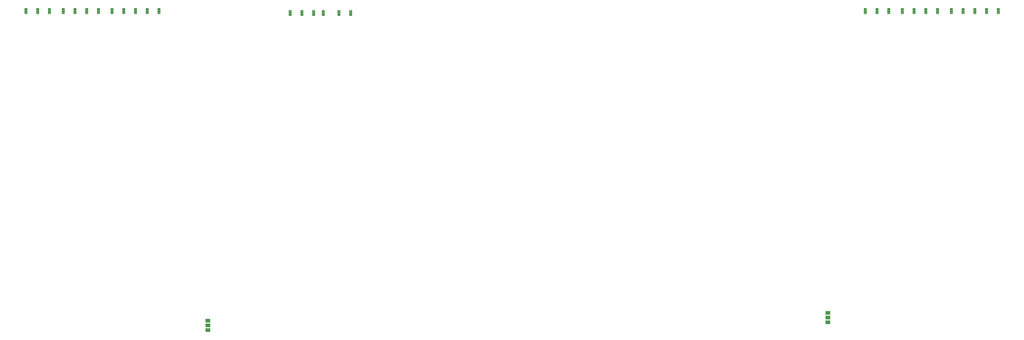
<source format=gbp>
G75*
G70*
%OFA0B0*%
%FSLAX24Y24*%
%IPPOS*%
%LPD*%
%AMOC8*
5,1,8,0,0,1.08239X$1,22.5*
%
%ADD10C,0.0114*%
%ADD11R,0.0630X0.0460*%
D10*
X009518Y066773D02*
X009518Y067419D01*
X009784Y067419D01*
X009784Y066773D01*
X009518Y066773D01*
X009518Y066886D02*
X009784Y066886D01*
X009784Y066999D02*
X009518Y066999D01*
X009518Y067112D02*
X009784Y067112D01*
X009784Y067225D02*
X009518Y067225D01*
X009518Y067338D02*
X009784Y067338D01*
X011018Y067419D02*
X011018Y066773D01*
X011018Y067419D02*
X011284Y067419D01*
X011284Y066773D01*
X011018Y066773D01*
X011018Y066886D02*
X011284Y066886D01*
X011284Y066999D02*
X011018Y066999D01*
X011018Y067112D02*
X011284Y067112D01*
X011284Y067225D02*
X011018Y067225D01*
X011018Y067338D02*
X011284Y067338D01*
X012518Y067419D02*
X012518Y066773D01*
X012518Y067419D02*
X012784Y067419D01*
X012784Y066773D01*
X012518Y066773D01*
X012518Y066886D02*
X012784Y066886D01*
X012784Y066999D02*
X012518Y066999D01*
X012518Y067112D02*
X012784Y067112D01*
X012784Y067225D02*
X012518Y067225D01*
X012518Y067338D02*
X012784Y067338D01*
X014268Y067419D02*
X014268Y066773D01*
X014268Y067419D02*
X014534Y067419D01*
X014534Y066773D01*
X014268Y066773D01*
X014268Y066886D02*
X014534Y066886D01*
X014534Y066999D02*
X014268Y066999D01*
X014268Y067112D02*
X014534Y067112D01*
X014534Y067225D02*
X014268Y067225D01*
X014268Y067338D02*
X014534Y067338D01*
X015768Y067419D02*
X015768Y066773D01*
X015768Y067419D02*
X016034Y067419D01*
X016034Y066773D01*
X015768Y066773D01*
X015768Y066886D02*
X016034Y066886D01*
X016034Y066999D02*
X015768Y066999D01*
X015768Y067112D02*
X016034Y067112D01*
X016034Y067225D02*
X015768Y067225D01*
X015768Y067338D02*
X016034Y067338D01*
X017268Y067419D02*
X017268Y066773D01*
X017268Y067419D02*
X017534Y067419D01*
X017534Y066773D01*
X017268Y066773D01*
X017268Y066886D02*
X017534Y066886D01*
X017534Y066999D02*
X017268Y066999D01*
X017268Y067112D02*
X017534Y067112D01*
X017534Y067225D02*
X017268Y067225D01*
X017268Y067338D02*
X017534Y067338D01*
X018768Y067419D02*
X018768Y066773D01*
X018768Y067419D02*
X019034Y067419D01*
X019034Y066773D01*
X018768Y066773D01*
X018768Y066886D02*
X019034Y066886D01*
X019034Y066999D02*
X018768Y066999D01*
X018768Y067112D02*
X019034Y067112D01*
X019034Y067225D02*
X018768Y067225D01*
X018768Y067338D02*
X019034Y067338D01*
X020518Y067419D02*
X020518Y066773D01*
X020518Y067419D02*
X020784Y067419D01*
X020784Y066773D01*
X020518Y066773D01*
X020518Y066886D02*
X020784Y066886D01*
X020784Y066999D02*
X020518Y066999D01*
X020518Y067112D02*
X020784Y067112D01*
X020784Y067225D02*
X020518Y067225D01*
X020518Y067338D02*
X020784Y067338D01*
X022018Y067419D02*
X022018Y066773D01*
X022018Y067419D02*
X022284Y067419D01*
X022284Y066773D01*
X022018Y066773D01*
X022018Y066886D02*
X022284Y066886D01*
X022284Y066999D02*
X022018Y066999D01*
X022018Y067112D02*
X022284Y067112D01*
X022284Y067225D02*
X022018Y067225D01*
X022018Y067338D02*
X022284Y067338D01*
X023518Y067419D02*
X023518Y066773D01*
X023518Y067419D02*
X023784Y067419D01*
X023784Y066773D01*
X023518Y066773D01*
X023518Y066886D02*
X023784Y066886D01*
X023784Y066999D02*
X023518Y066999D01*
X023518Y067112D02*
X023784Y067112D01*
X023784Y067225D02*
X023518Y067225D01*
X023518Y067338D02*
X023784Y067338D01*
X025018Y067419D02*
X025018Y066773D01*
X025018Y067419D02*
X025284Y067419D01*
X025284Y066773D01*
X025018Y066773D01*
X025018Y066886D02*
X025284Y066886D01*
X025284Y066999D02*
X025018Y066999D01*
X025018Y067112D02*
X025284Y067112D01*
X025284Y067225D02*
X025018Y067225D01*
X025018Y067338D02*
X025284Y067338D01*
X026784Y067419D02*
X026784Y066773D01*
X026518Y066773D01*
X026518Y067419D01*
X026784Y067419D01*
X026784Y066886D02*
X026518Y066886D01*
X026518Y066999D02*
X026784Y066999D01*
X026784Y067112D02*
X026518Y067112D01*
X026518Y067225D02*
X026784Y067225D01*
X026784Y067338D02*
X026518Y067338D01*
X043268Y067169D02*
X043268Y066523D01*
X043268Y067169D02*
X043534Y067169D01*
X043534Y066523D01*
X043268Y066523D01*
X043268Y066636D02*
X043534Y066636D01*
X043534Y066749D02*
X043268Y066749D01*
X043268Y066862D02*
X043534Y066862D01*
X043534Y066975D02*
X043268Y066975D01*
X043268Y067088D02*
X043534Y067088D01*
X044768Y067169D02*
X044768Y066523D01*
X044768Y067169D02*
X045034Y067169D01*
X045034Y066523D01*
X044768Y066523D01*
X044768Y066636D02*
X045034Y066636D01*
X045034Y066749D02*
X044768Y066749D01*
X044768Y066862D02*
X045034Y066862D01*
X045034Y066975D02*
X044768Y066975D01*
X044768Y067088D02*
X045034Y067088D01*
X046268Y067169D02*
X046268Y066523D01*
X046268Y067169D02*
X046534Y067169D01*
X046534Y066523D01*
X046268Y066523D01*
X046268Y066636D02*
X046534Y066636D01*
X046534Y066749D02*
X046268Y066749D01*
X046268Y066862D02*
X046534Y066862D01*
X046534Y066975D02*
X046268Y066975D01*
X046268Y067088D02*
X046534Y067088D01*
X047518Y067169D02*
X047518Y066523D01*
X047518Y067169D02*
X047784Y067169D01*
X047784Y066523D01*
X047518Y066523D01*
X047518Y066636D02*
X047784Y066636D01*
X047784Y066749D02*
X047518Y066749D01*
X047518Y066862D02*
X047784Y066862D01*
X047784Y066975D02*
X047518Y066975D01*
X047518Y067088D02*
X047784Y067088D01*
X049518Y067169D02*
X049518Y066523D01*
X049518Y067169D02*
X049784Y067169D01*
X049784Y066523D01*
X049518Y066523D01*
X049518Y066636D02*
X049784Y066636D01*
X049784Y066749D02*
X049518Y066749D01*
X049518Y066862D02*
X049784Y066862D01*
X049784Y066975D02*
X049518Y066975D01*
X049518Y067088D02*
X049784Y067088D01*
X051018Y067169D02*
X051018Y066523D01*
X051018Y067169D02*
X051284Y067169D01*
X051284Y066523D01*
X051018Y066523D01*
X051018Y066636D02*
X051284Y066636D01*
X051284Y066749D02*
X051018Y066749D01*
X051018Y066862D02*
X051284Y066862D01*
X051284Y066975D02*
X051018Y066975D01*
X051018Y067088D02*
X051284Y067088D01*
X116768Y066773D02*
X116768Y067419D01*
X117034Y067419D01*
X117034Y066773D01*
X116768Y066773D01*
X116768Y066886D02*
X117034Y066886D01*
X117034Y066999D02*
X116768Y066999D01*
X116768Y067112D02*
X117034Y067112D01*
X117034Y067225D02*
X116768Y067225D01*
X116768Y067338D02*
X117034Y067338D01*
X118268Y067419D02*
X118268Y066773D01*
X118268Y067419D02*
X118534Y067419D01*
X118534Y066773D01*
X118268Y066773D01*
X118268Y066886D02*
X118534Y066886D01*
X118534Y066999D02*
X118268Y066999D01*
X118268Y067112D02*
X118534Y067112D01*
X118534Y067225D02*
X118268Y067225D01*
X118268Y067338D02*
X118534Y067338D01*
X119768Y067419D02*
X119768Y066773D01*
X119768Y067419D02*
X120034Y067419D01*
X120034Y066773D01*
X119768Y066773D01*
X119768Y066886D02*
X120034Y066886D01*
X120034Y066999D02*
X119768Y066999D01*
X119768Y067112D02*
X120034Y067112D01*
X120034Y067225D02*
X119768Y067225D01*
X119768Y067338D02*
X120034Y067338D01*
X121518Y067419D02*
X121518Y066773D01*
X121518Y067419D02*
X121784Y067419D01*
X121784Y066773D01*
X121518Y066773D01*
X121518Y066886D02*
X121784Y066886D01*
X121784Y066999D02*
X121518Y066999D01*
X121518Y067112D02*
X121784Y067112D01*
X121784Y067225D02*
X121518Y067225D01*
X121518Y067338D02*
X121784Y067338D01*
X123018Y067419D02*
X123018Y066773D01*
X123018Y067419D02*
X123284Y067419D01*
X123284Y066773D01*
X123018Y066773D01*
X123018Y066886D02*
X123284Y066886D01*
X123284Y066999D02*
X123018Y066999D01*
X123018Y067112D02*
X123284Y067112D01*
X123284Y067225D02*
X123018Y067225D01*
X123018Y067338D02*
X123284Y067338D01*
X124518Y067419D02*
X124518Y066773D01*
X124518Y067419D02*
X124784Y067419D01*
X124784Y066773D01*
X124518Y066773D01*
X124518Y066886D02*
X124784Y066886D01*
X124784Y066999D02*
X124518Y066999D01*
X124518Y067112D02*
X124784Y067112D01*
X124784Y067225D02*
X124518Y067225D01*
X124518Y067338D02*
X124784Y067338D01*
X126018Y067419D02*
X126018Y066773D01*
X126018Y067419D02*
X126284Y067419D01*
X126284Y066773D01*
X126018Y066773D01*
X126018Y066886D02*
X126284Y066886D01*
X126284Y066999D02*
X126018Y066999D01*
X126018Y067112D02*
X126284Y067112D01*
X126284Y067225D02*
X126018Y067225D01*
X126018Y067338D02*
X126284Y067338D01*
X127768Y067419D02*
X127768Y066773D01*
X127768Y067419D02*
X128034Y067419D01*
X128034Y066773D01*
X127768Y066773D01*
X127768Y066886D02*
X128034Y066886D01*
X128034Y066999D02*
X127768Y066999D01*
X127768Y067112D02*
X128034Y067112D01*
X128034Y067225D02*
X127768Y067225D01*
X127768Y067338D02*
X128034Y067338D01*
X129268Y067419D02*
X129268Y066773D01*
X129268Y067419D02*
X129534Y067419D01*
X129534Y066773D01*
X129268Y066773D01*
X129268Y066886D02*
X129534Y066886D01*
X129534Y066999D02*
X129268Y066999D01*
X129268Y067112D02*
X129534Y067112D01*
X129534Y067225D02*
X129268Y067225D01*
X129268Y067338D02*
X129534Y067338D01*
X130768Y067419D02*
X130768Y066773D01*
X130768Y067419D02*
X131034Y067419D01*
X131034Y066773D01*
X130768Y066773D01*
X130768Y066886D02*
X131034Y066886D01*
X131034Y066999D02*
X130768Y066999D01*
X130768Y067112D02*
X131034Y067112D01*
X131034Y067225D02*
X130768Y067225D01*
X130768Y067338D02*
X131034Y067338D01*
X132268Y067419D02*
X132268Y066773D01*
X132268Y067419D02*
X132534Y067419D01*
X132534Y066773D01*
X132268Y066773D01*
X132268Y066886D02*
X132534Y066886D01*
X132534Y066999D02*
X132268Y066999D01*
X132268Y067112D02*
X132534Y067112D01*
X132534Y067225D02*
X132268Y067225D01*
X132268Y067338D02*
X132534Y067338D01*
X134034Y067419D02*
X134034Y066773D01*
X133768Y066773D01*
X133768Y067419D01*
X134034Y067419D01*
X134034Y066886D02*
X133768Y066886D01*
X133768Y066999D02*
X134034Y066999D01*
X134034Y067112D02*
X133768Y067112D01*
X133768Y067225D02*
X134034Y067225D01*
X134034Y067338D02*
X133768Y067338D01*
D11*
X032901Y026301D03*
X032901Y026901D03*
X032901Y027501D03*
X112151Y027301D03*
X112151Y027901D03*
X112151Y028501D03*
M02*

</source>
